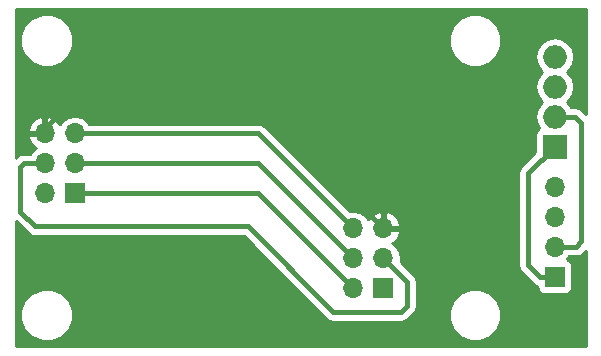
<source format=gbr>
G04 #@! TF.FileFunction,Copper,L1,Top,Plane*
%FSLAX46Y46*%
G04 Gerber Fmt 4.6, Leading zero omitted, Abs format (unit mm)*
G04 Created by KiCad (PCBNEW 4.0.4-stable) date 02/21/17 16:43:53*
%MOMM*%
%LPD*%
G01*
G04 APERTURE LIST*
%ADD10C,0.100000*%
%ADD11R,1.700000X1.700000*%
%ADD12O,1.700000X1.700000*%
%ADD13O,1.998980X1.998980*%
%ADD14R,1.998980X1.998980*%
%ADD15C,0.400000*%
%ADD16C,0.250000*%
%ADD17C,0.254000*%
G04 APERTURE END LIST*
D10*
D11*
X46250000Y-44750000D03*
D12*
X43710000Y-44750000D03*
X46250000Y-42210000D03*
X43710000Y-42210000D03*
X46250000Y-39670000D03*
X43710000Y-39670000D03*
D11*
X20100000Y-36700000D03*
D12*
X17560000Y-36700000D03*
X20100000Y-34160000D03*
X17560000Y-34160000D03*
X20100000Y-31620000D03*
X17560000Y-31620000D03*
D13*
X60750000Y-25130000D03*
D14*
X60750000Y-32750000D03*
D13*
X60750000Y-30210000D03*
X60750000Y-27670000D03*
D11*
X60750000Y-43750000D03*
D12*
X60750000Y-41210000D03*
X60750000Y-38670000D03*
X60750000Y-36130000D03*
D15*
X17560000Y-31190000D02*
X18750000Y-30000000D01*
X36580000Y-30000000D02*
X46250000Y-39670000D01*
X18750000Y-30000000D02*
X36580000Y-30000000D01*
D16*
X17560000Y-31620000D02*
X17560000Y-31190000D01*
D15*
X20100000Y-36700000D02*
X35660000Y-36700000D01*
X35660000Y-36700000D02*
X43710000Y-44750000D01*
X20100000Y-34160000D02*
X35660000Y-34160000D01*
X35660000Y-34160000D02*
X43710000Y-42210000D01*
X17560000Y-34160000D02*
X15840000Y-34160000D01*
X48250000Y-44210000D02*
X46250000Y-42210000D01*
X48250000Y-46250000D02*
X48250000Y-44210000D01*
X47750000Y-46750000D02*
X48250000Y-46250000D01*
X42000000Y-46750000D02*
X47750000Y-46750000D01*
X34750000Y-39500000D02*
X42000000Y-46750000D01*
X16750000Y-39500000D02*
X34750000Y-39500000D01*
X15500000Y-38250000D02*
X16750000Y-39500000D01*
X15500000Y-34500000D02*
X15500000Y-38250000D01*
X15840000Y-34160000D02*
X15500000Y-34500000D01*
X20100000Y-31620000D02*
X35660000Y-31620000D01*
X35660000Y-31620000D02*
X43710000Y-39670000D01*
X60750000Y-41210000D02*
X62540000Y-41210000D01*
X62460000Y-30210000D02*
X60750000Y-30210000D01*
X63000000Y-30750000D02*
X62460000Y-30210000D01*
X63000000Y-40750000D02*
X63000000Y-30750000D01*
X62540000Y-41210000D02*
X63000000Y-40750000D01*
X60750000Y-43750000D02*
X59500000Y-43750000D01*
X58500000Y-35000000D02*
X60750000Y-32750000D01*
X58500000Y-42750000D02*
X58500000Y-35000000D01*
X59500000Y-43750000D02*
X58500000Y-42750000D01*
D17*
G36*
X63373000Y-29942132D02*
X63050434Y-29619566D01*
X62779541Y-29438561D01*
X62460000Y-29375000D01*
X62141480Y-29375000D01*
X61905759Y-29022219D01*
X61782710Y-28940000D01*
X61905759Y-28857781D01*
X62260072Y-28327514D01*
X62384490Y-27702022D01*
X62384490Y-27637978D01*
X62260072Y-27012486D01*
X61905759Y-26482219D01*
X61782710Y-26400000D01*
X61905759Y-26317781D01*
X62260072Y-25787514D01*
X62384490Y-25162022D01*
X62384490Y-25097978D01*
X62260072Y-24472486D01*
X61905759Y-23942219D01*
X61375492Y-23587906D01*
X60750000Y-23463488D01*
X60124508Y-23587906D01*
X59594241Y-23942219D01*
X59239928Y-24472486D01*
X59115510Y-25097978D01*
X59115510Y-25162022D01*
X59239928Y-25787514D01*
X59594241Y-26317781D01*
X59717290Y-26400000D01*
X59594241Y-26482219D01*
X59239928Y-27012486D01*
X59115510Y-27637978D01*
X59115510Y-27702022D01*
X59239928Y-28327514D01*
X59594241Y-28857781D01*
X59717290Y-28940000D01*
X59594241Y-29022219D01*
X59239928Y-29552486D01*
X59115510Y-30177978D01*
X59115510Y-30242022D01*
X59239928Y-30867514D01*
X59453453Y-31187077D01*
X59299069Y-31286420D01*
X59154079Y-31498620D01*
X59103070Y-31750510D01*
X59103070Y-33216061D01*
X57909566Y-34409566D01*
X57728561Y-34680459D01*
X57665000Y-35000000D01*
X57665000Y-42750000D01*
X57728561Y-43069541D01*
X57855858Y-43260054D01*
X57909566Y-43340434D01*
X58909566Y-44340434D01*
X59180460Y-44521440D01*
X59252560Y-44535781D01*
X59252560Y-44600000D01*
X59296838Y-44835317D01*
X59435910Y-45051441D01*
X59648110Y-45196431D01*
X59900000Y-45247440D01*
X61600000Y-45247440D01*
X61835317Y-45203162D01*
X62051441Y-45064090D01*
X62196431Y-44851890D01*
X62247440Y-44600000D01*
X62247440Y-42900000D01*
X62203162Y-42664683D01*
X62064090Y-42448559D01*
X61851890Y-42303569D01*
X61784459Y-42289914D01*
X61829147Y-42260054D01*
X61972841Y-42045000D01*
X62540000Y-42045000D01*
X62859541Y-41981439D01*
X63130434Y-41800434D01*
X63373000Y-41557868D01*
X63373000Y-49623000D01*
X15127000Y-49623000D01*
X15127000Y-47442619D01*
X15514613Y-47442619D01*
X15854155Y-48264372D01*
X16482321Y-48893636D01*
X17303481Y-49234611D01*
X18192619Y-49235387D01*
X19014372Y-48895845D01*
X19643636Y-48267679D01*
X19984611Y-47446519D01*
X19985387Y-46557381D01*
X19645845Y-45735628D01*
X19017679Y-45106364D01*
X18196519Y-44765389D01*
X17307381Y-44764613D01*
X16485628Y-45104155D01*
X15856364Y-45732321D01*
X15515389Y-46553481D01*
X15514613Y-47442619D01*
X15127000Y-47442619D01*
X15127000Y-39057868D01*
X16159566Y-40090434D01*
X16430459Y-40271439D01*
X16750000Y-40335000D01*
X34404132Y-40335000D01*
X41409566Y-47340434D01*
X41680459Y-47521439D01*
X42000000Y-47585000D01*
X47750000Y-47585000D01*
X48069541Y-47521439D01*
X48187503Y-47442619D01*
X51764613Y-47442619D01*
X52104155Y-48264372D01*
X52732321Y-48893636D01*
X53553481Y-49234611D01*
X54442619Y-49235387D01*
X55264372Y-48895845D01*
X55893636Y-48267679D01*
X56234611Y-47446519D01*
X56235387Y-46557381D01*
X55895845Y-45735628D01*
X55267679Y-45106364D01*
X54446519Y-44765389D01*
X53557381Y-44764613D01*
X52735628Y-45104155D01*
X52106364Y-45732321D01*
X51765389Y-46553481D01*
X51764613Y-47442619D01*
X48187503Y-47442619D01*
X48340434Y-47340434D01*
X48840434Y-46840434D01*
X49021440Y-46569540D01*
X49085000Y-46250000D01*
X49085000Y-44210000D01*
X49021439Y-43890459D01*
X48840434Y-43619566D01*
X47708807Y-42487939D01*
X47764093Y-42210000D01*
X47651054Y-41641715D01*
X47329147Y-41159946D01*
X46988447Y-40932298D01*
X47131358Y-40865183D01*
X47521645Y-40436924D01*
X47691476Y-40026890D01*
X47570155Y-39797000D01*
X46377000Y-39797000D01*
X46377000Y-39817000D01*
X46123000Y-39817000D01*
X46123000Y-39797000D01*
X46103000Y-39797000D01*
X46103000Y-39543000D01*
X46123000Y-39543000D01*
X46123000Y-38349181D01*
X46377000Y-38349181D01*
X46377000Y-39543000D01*
X47570155Y-39543000D01*
X47691476Y-39313110D01*
X47521645Y-38903076D01*
X47131358Y-38474817D01*
X46606892Y-38228514D01*
X46377000Y-38349181D01*
X46123000Y-38349181D01*
X45893108Y-38228514D01*
X45368642Y-38474817D01*
X44978355Y-38903076D01*
X44978345Y-38903101D01*
X44789147Y-38619946D01*
X44307378Y-38298039D01*
X43739093Y-38185000D01*
X43680907Y-38185000D01*
X43451500Y-38230632D01*
X36250434Y-31029566D01*
X36178407Y-30981439D01*
X35979541Y-30848561D01*
X35660000Y-30785000D01*
X21322841Y-30785000D01*
X21179147Y-30569946D01*
X20697378Y-30248039D01*
X20129093Y-30135000D01*
X20070907Y-30135000D01*
X19502622Y-30248039D01*
X19020853Y-30569946D01*
X18831655Y-30853101D01*
X18831645Y-30853076D01*
X18441358Y-30424817D01*
X17916892Y-30178514D01*
X17687000Y-30299181D01*
X17687000Y-31493000D01*
X17707000Y-31493000D01*
X17707000Y-31747000D01*
X17687000Y-31747000D01*
X17687000Y-31767000D01*
X17433000Y-31767000D01*
X17433000Y-31747000D01*
X16239845Y-31747000D01*
X16118524Y-31976890D01*
X16288355Y-32386924D01*
X16678642Y-32815183D01*
X16821553Y-32882298D01*
X16480853Y-33109946D01*
X16337159Y-33325000D01*
X15840000Y-33325000D01*
X15520460Y-33388560D01*
X15249566Y-33569566D01*
X15127000Y-33692132D01*
X15127000Y-31263110D01*
X16118524Y-31263110D01*
X16239845Y-31493000D01*
X17433000Y-31493000D01*
X17433000Y-30299181D01*
X17203108Y-30178514D01*
X16678642Y-30424817D01*
X16288355Y-30853076D01*
X16118524Y-31263110D01*
X15127000Y-31263110D01*
X15127000Y-24192619D01*
X15514613Y-24192619D01*
X15854155Y-25014372D01*
X16482321Y-25643636D01*
X17303481Y-25984611D01*
X18192619Y-25985387D01*
X19014372Y-25645845D01*
X19643636Y-25017679D01*
X19984611Y-24196519D01*
X19984614Y-24192619D01*
X51764613Y-24192619D01*
X52104155Y-25014372D01*
X52732321Y-25643636D01*
X53553481Y-25984611D01*
X54442619Y-25985387D01*
X55264372Y-25645845D01*
X55893636Y-25017679D01*
X56234611Y-24196519D01*
X56235387Y-23307381D01*
X55895845Y-22485628D01*
X55267679Y-21856364D01*
X54446519Y-21515389D01*
X53557381Y-21514613D01*
X52735628Y-21854155D01*
X52106364Y-22482321D01*
X51765389Y-23303481D01*
X51764613Y-24192619D01*
X19984614Y-24192619D01*
X19985387Y-23307381D01*
X19645845Y-22485628D01*
X19017679Y-21856364D01*
X18196519Y-21515389D01*
X17307381Y-21514613D01*
X16485628Y-21854155D01*
X15856364Y-22482321D01*
X15515389Y-23303481D01*
X15514613Y-24192619D01*
X15127000Y-24192619D01*
X15127000Y-21127000D01*
X63373000Y-21127000D01*
X63373000Y-29942132D01*
X63373000Y-29942132D01*
G37*
X63373000Y-29942132D02*
X63050434Y-29619566D01*
X62779541Y-29438561D01*
X62460000Y-29375000D01*
X62141480Y-29375000D01*
X61905759Y-29022219D01*
X61782710Y-28940000D01*
X61905759Y-28857781D01*
X62260072Y-28327514D01*
X62384490Y-27702022D01*
X62384490Y-27637978D01*
X62260072Y-27012486D01*
X61905759Y-26482219D01*
X61782710Y-26400000D01*
X61905759Y-26317781D01*
X62260072Y-25787514D01*
X62384490Y-25162022D01*
X62384490Y-25097978D01*
X62260072Y-24472486D01*
X61905759Y-23942219D01*
X61375492Y-23587906D01*
X60750000Y-23463488D01*
X60124508Y-23587906D01*
X59594241Y-23942219D01*
X59239928Y-24472486D01*
X59115510Y-25097978D01*
X59115510Y-25162022D01*
X59239928Y-25787514D01*
X59594241Y-26317781D01*
X59717290Y-26400000D01*
X59594241Y-26482219D01*
X59239928Y-27012486D01*
X59115510Y-27637978D01*
X59115510Y-27702022D01*
X59239928Y-28327514D01*
X59594241Y-28857781D01*
X59717290Y-28940000D01*
X59594241Y-29022219D01*
X59239928Y-29552486D01*
X59115510Y-30177978D01*
X59115510Y-30242022D01*
X59239928Y-30867514D01*
X59453453Y-31187077D01*
X59299069Y-31286420D01*
X59154079Y-31498620D01*
X59103070Y-31750510D01*
X59103070Y-33216061D01*
X57909566Y-34409566D01*
X57728561Y-34680459D01*
X57665000Y-35000000D01*
X57665000Y-42750000D01*
X57728561Y-43069541D01*
X57855858Y-43260054D01*
X57909566Y-43340434D01*
X58909566Y-44340434D01*
X59180460Y-44521440D01*
X59252560Y-44535781D01*
X59252560Y-44600000D01*
X59296838Y-44835317D01*
X59435910Y-45051441D01*
X59648110Y-45196431D01*
X59900000Y-45247440D01*
X61600000Y-45247440D01*
X61835317Y-45203162D01*
X62051441Y-45064090D01*
X62196431Y-44851890D01*
X62247440Y-44600000D01*
X62247440Y-42900000D01*
X62203162Y-42664683D01*
X62064090Y-42448559D01*
X61851890Y-42303569D01*
X61784459Y-42289914D01*
X61829147Y-42260054D01*
X61972841Y-42045000D01*
X62540000Y-42045000D01*
X62859541Y-41981439D01*
X63130434Y-41800434D01*
X63373000Y-41557868D01*
X63373000Y-49623000D01*
X15127000Y-49623000D01*
X15127000Y-47442619D01*
X15514613Y-47442619D01*
X15854155Y-48264372D01*
X16482321Y-48893636D01*
X17303481Y-49234611D01*
X18192619Y-49235387D01*
X19014372Y-48895845D01*
X19643636Y-48267679D01*
X19984611Y-47446519D01*
X19985387Y-46557381D01*
X19645845Y-45735628D01*
X19017679Y-45106364D01*
X18196519Y-44765389D01*
X17307381Y-44764613D01*
X16485628Y-45104155D01*
X15856364Y-45732321D01*
X15515389Y-46553481D01*
X15514613Y-47442619D01*
X15127000Y-47442619D01*
X15127000Y-39057868D01*
X16159566Y-40090434D01*
X16430459Y-40271439D01*
X16750000Y-40335000D01*
X34404132Y-40335000D01*
X41409566Y-47340434D01*
X41680459Y-47521439D01*
X42000000Y-47585000D01*
X47750000Y-47585000D01*
X48069541Y-47521439D01*
X48187503Y-47442619D01*
X51764613Y-47442619D01*
X52104155Y-48264372D01*
X52732321Y-48893636D01*
X53553481Y-49234611D01*
X54442619Y-49235387D01*
X55264372Y-48895845D01*
X55893636Y-48267679D01*
X56234611Y-47446519D01*
X56235387Y-46557381D01*
X55895845Y-45735628D01*
X55267679Y-45106364D01*
X54446519Y-44765389D01*
X53557381Y-44764613D01*
X52735628Y-45104155D01*
X52106364Y-45732321D01*
X51765389Y-46553481D01*
X51764613Y-47442619D01*
X48187503Y-47442619D01*
X48340434Y-47340434D01*
X48840434Y-46840434D01*
X49021440Y-46569540D01*
X49085000Y-46250000D01*
X49085000Y-44210000D01*
X49021439Y-43890459D01*
X48840434Y-43619566D01*
X47708807Y-42487939D01*
X47764093Y-42210000D01*
X47651054Y-41641715D01*
X47329147Y-41159946D01*
X46988447Y-40932298D01*
X47131358Y-40865183D01*
X47521645Y-40436924D01*
X47691476Y-40026890D01*
X47570155Y-39797000D01*
X46377000Y-39797000D01*
X46377000Y-39817000D01*
X46123000Y-39817000D01*
X46123000Y-39797000D01*
X46103000Y-39797000D01*
X46103000Y-39543000D01*
X46123000Y-39543000D01*
X46123000Y-38349181D01*
X46377000Y-38349181D01*
X46377000Y-39543000D01*
X47570155Y-39543000D01*
X47691476Y-39313110D01*
X47521645Y-38903076D01*
X47131358Y-38474817D01*
X46606892Y-38228514D01*
X46377000Y-38349181D01*
X46123000Y-38349181D01*
X45893108Y-38228514D01*
X45368642Y-38474817D01*
X44978355Y-38903076D01*
X44978345Y-38903101D01*
X44789147Y-38619946D01*
X44307378Y-38298039D01*
X43739093Y-38185000D01*
X43680907Y-38185000D01*
X43451500Y-38230632D01*
X36250434Y-31029566D01*
X36178407Y-30981439D01*
X35979541Y-30848561D01*
X35660000Y-30785000D01*
X21322841Y-30785000D01*
X21179147Y-30569946D01*
X20697378Y-30248039D01*
X20129093Y-30135000D01*
X20070907Y-30135000D01*
X19502622Y-30248039D01*
X19020853Y-30569946D01*
X18831655Y-30853101D01*
X18831645Y-30853076D01*
X18441358Y-30424817D01*
X17916892Y-30178514D01*
X17687000Y-30299181D01*
X17687000Y-31493000D01*
X17707000Y-31493000D01*
X17707000Y-31747000D01*
X17687000Y-31747000D01*
X17687000Y-31767000D01*
X17433000Y-31767000D01*
X17433000Y-31747000D01*
X16239845Y-31747000D01*
X16118524Y-31976890D01*
X16288355Y-32386924D01*
X16678642Y-32815183D01*
X16821553Y-32882298D01*
X16480853Y-33109946D01*
X16337159Y-33325000D01*
X15840000Y-33325000D01*
X15520460Y-33388560D01*
X15249566Y-33569566D01*
X15127000Y-33692132D01*
X15127000Y-31263110D01*
X16118524Y-31263110D01*
X16239845Y-31493000D01*
X17433000Y-31493000D01*
X17433000Y-30299181D01*
X17203108Y-30178514D01*
X16678642Y-30424817D01*
X16288355Y-30853076D01*
X16118524Y-31263110D01*
X15127000Y-31263110D01*
X15127000Y-24192619D01*
X15514613Y-24192619D01*
X15854155Y-25014372D01*
X16482321Y-25643636D01*
X17303481Y-25984611D01*
X18192619Y-25985387D01*
X19014372Y-25645845D01*
X19643636Y-25017679D01*
X19984611Y-24196519D01*
X19984614Y-24192619D01*
X51764613Y-24192619D01*
X52104155Y-25014372D01*
X52732321Y-25643636D01*
X53553481Y-25984611D01*
X54442619Y-25985387D01*
X55264372Y-25645845D01*
X55893636Y-25017679D01*
X56234611Y-24196519D01*
X56235387Y-23307381D01*
X55895845Y-22485628D01*
X55267679Y-21856364D01*
X54446519Y-21515389D01*
X53557381Y-21514613D01*
X52735628Y-21854155D01*
X52106364Y-22482321D01*
X51765389Y-23303481D01*
X51764613Y-24192619D01*
X19984614Y-24192619D01*
X19985387Y-23307381D01*
X19645845Y-22485628D01*
X19017679Y-21856364D01*
X18196519Y-21515389D01*
X17307381Y-21514613D01*
X16485628Y-21854155D01*
X15856364Y-22482321D01*
X15515389Y-23303481D01*
X15514613Y-24192619D01*
X15127000Y-24192619D01*
X15127000Y-21127000D01*
X63373000Y-21127000D01*
X63373000Y-29942132D01*
M02*

</source>
